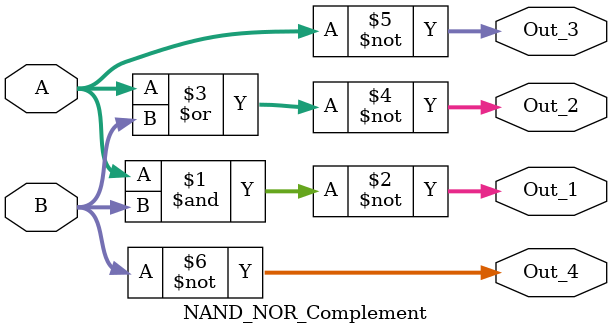
<source format=v>
module NAND_NOR_Complement (
  input [3:0] A , B , 
  output [3:0] Out_1 , Out_2 , Out_3 , Out_4  
);
  
  assign Out_1 = ~( A & B ) ;
  assign Out_2 = ~( A | B ) ;
  assign Out_3 = ~( A ) ;
  assign Out_4 = ~( B ) ;
  
endmodule 

</source>
